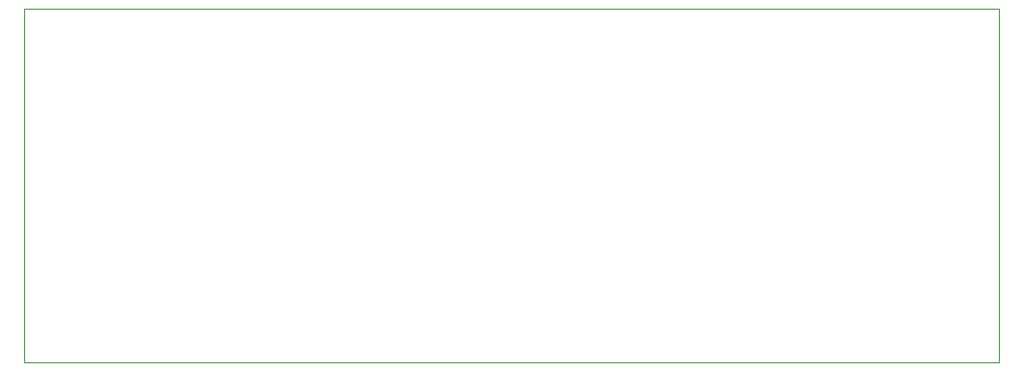
<source format=gm1>
G04 #@! TF.GenerationSoftware,KiCad,Pcbnew,8.0.9-8.0.9-0~ubuntu20.04.1*
G04 #@! TF.CreationDate,2025-04-23T19:07:15+01:00*
G04 #@! TF.ProjectId,ggroohauga-amplifier,6767726f-6f68-4617-9567-612d616d706c,rev?*
G04 #@! TF.SameCoordinates,Original*
G04 #@! TF.FileFunction,Profile,NP*
%FSLAX46Y46*%
G04 Gerber Fmt 4.6, Leading zero omitted, Abs format (unit mm)*
G04 Created by KiCad (PCBNEW 8.0.9-8.0.9-0~ubuntu20.04.1) date 2025-04-23 19:07:15*
%MOMM*%
%LPD*%
G01*
G04 APERTURE LIST*
G04 #@! TA.AperFunction,Profile*
%ADD10C,0.025400*%
G04 #@! TD*
G04 APERTURE END LIST*
D10*
X53873400Y-50495200D02*
X139217400Y-50495200D01*
X139217400Y-81483200D01*
X53873400Y-81483200D01*
X53873400Y-50495200D01*
M02*

</source>
